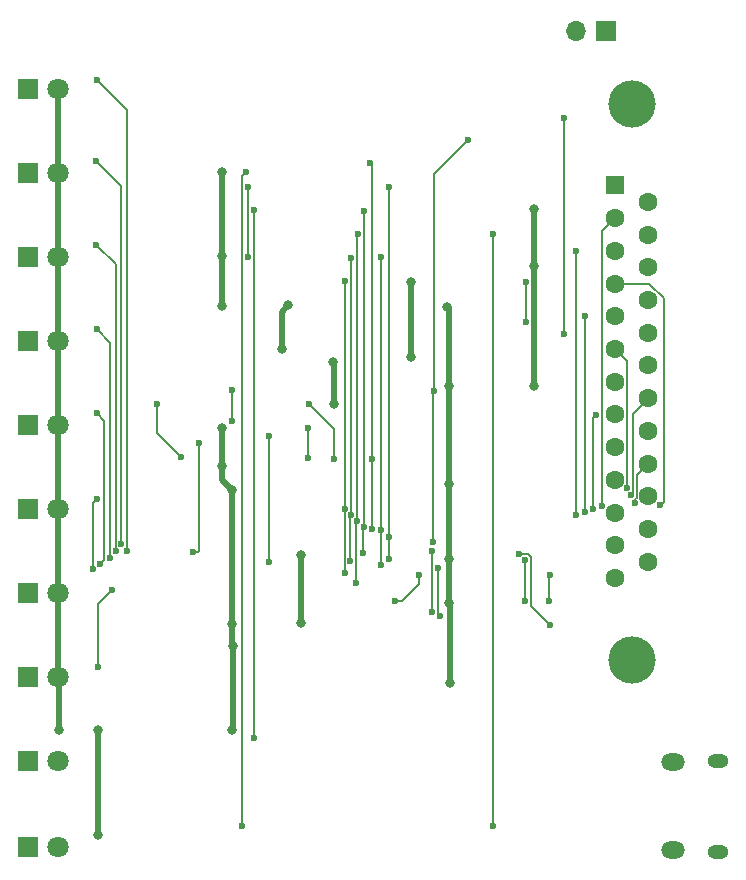
<source format=gbr>
G04 #@! TF.GenerationSoftware,KiCad,Pcbnew,(5.1.5-0)*
G04 #@! TF.CreationDate,2020-10-30T11:29:39+01:00*
G04 #@! TF.ProjectId,wifi-modem,77696669-2d6d-46f6-9465-6d2e6b696361,rev?*
G04 #@! TF.SameCoordinates,Original*
G04 #@! TF.FileFunction,Copper,L2,Bot*
G04 #@! TF.FilePolarity,Positive*
%FSLAX46Y46*%
G04 Gerber Fmt 4.6, Leading zero omitted, Abs format (unit mm)*
G04 Created by KiCad (PCBNEW (5.1.5-0)) date 2020-10-30 11:29:39*
%MOMM*%
%LPD*%
G04 APERTURE LIST*
%ADD10C,1.800000*%
%ADD11R,1.800000X1.800000*%
%ADD12O,1.700000X1.700000*%
%ADD13R,1.700000X1.700000*%
%ADD14O,1.800000X1.150000*%
%ADD15O,2.000000X1.450000*%
%ADD16C,4.000000*%
%ADD17C,1.600000*%
%ADD18R,1.600000X1.600000*%
%ADD19C,0.800000*%
%ADD20C,0.600000*%
%ADD21C,0.508000*%
%ADD22C,0.127000*%
G04 APERTURE END LIST*
D10*
X121539000Y-118237000D03*
D11*
X118999000Y-118237000D03*
D10*
X121539000Y-125349000D03*
D11*
X118999000Y-125349000D03*
D10*
X121539000Y-132588000D03*
D11*
X118999000Y-132588000D03*
D10*
X121539000Y-111125000D03*
D11*
X118999000Y-111125000D03*
D10*
X121539000Y-104013000D03*
D11*
X118999000Y-104013000D03*
D10*
X121539000Y-96901000D03*
D11*
X118999000Y-96901000D03*
D10*
X121539000Y-89789000D03*
D11*
X118999000Y-89789000D03*
D10*
X121539000Y-82677000D03*
D11*
X118999000Y-82677000D03*
D10*
X121539000Y-75565000D03*
D11*
X118999000Y-75565000D03*
D10*
X121539000Y-68453000D03*
D11*
X118999000Y-68453000D03*
D12*
X165354000Y-63500000D03*
D13*
X167894000Y-63500000D03*
D14*
X177387800Y-125284000D03*
X177387800Y-133034000D03*
D15*
X173587800Y-125434000D03*
X173587800Y-132884000D03*
D16*
X170076000Y-69651000D03*
X170076000Y-116751000D03*
D17*
X171496000Y-108436000D03*
X171496000Y-105666000D03*
X171496000Y-102896000D03*
X171496000Y-100126000D03*
X171496000Y-97356000D03*
X171496000Y-94586000D03*
X171496000Y-91816000D03*
X171496000Y-89046000D03*
X171496000Y-86276000D03*
X171496000Y-83506000D03*
X171496000Y-80736000D03*
X171496000Y-77966000D03*
X168656000Y-109821000D03*
X168656000Y-107051000D03*
X168656000Y-104281000D03*
X168656000Y-101511000D03*
X168656000Y-98741000D03*
X168656000Y-95971000D03*
X168656000Y-93201000D03*
X168656000Y-90431000D03*
X168656000Y-87661000D03*
X168656000Y-84891000D03*
X168656000Y-82121000D03*
X168656000Y-79351000D03*
D18*
X168656000Y-76581000D03*
D19*
X142100300Y-107835700D03*
X142100300Y-113614200D03*
X151384000Y-84734400D03*
X151409400Y-91109800D03*
D20*
X167547923Y-103754031D03*
X165367708Y-104516061D03*
X165366700Y-82105500D03*
X172470392Y-103641717D03*
X166094711Y-104262051D03*
X166116000Y-87668100D03*
X169979865Y-102825522D03*
X169700930Y-102154160D03*
X166821714Y-104008041D03*
X167057423Y-96012000D03*
X170389449Y-103426165D03*
D19*
X135385806Y-100360277D03*
X136236600Y-102387400D03*
X136287400Y-115595400D03*
X136220200Y-113690400D03*
X136245600Y-122698400D03*
X154660600Y-118668800D03*
X154626200Y-111912400D03*
X154412998Y-86842600D03*
X154584400Y-93573600D03*
X161823400Y-93548200D03*
X161807000Y-83439000D03*
X161816000Y-78613000D03*
X121564400Y-122707400D03*
X135382000Y-86766400D03*
X135373000Y-82550000D03*
X135373000Y-75438000D03*
X124866400Y-131597400D03*
X124866400Y-122707400D03*
X154635200Y-108178600D03*
X140436600Y-90424000D03*
X140990000Y-86700000D03*
X144856200Y-95123000D03*
X144805400Y-91567000D03*
X135400545Y-97141257D03*
X154635200Y-101828600D03*
D20*
X163093400Y-111772700D03*
X163118800Y-109550200D03*
X161061400Y-111772700D03*
X161061400Y-108254800D03*
X153665200Y-108927900D03*
X153810214Y-113040163D03*
X163195000Y-113804700D03*
X160525488Y-107763547D03*
X138064800Y-78689200D03*
X138064800Y-123379400D03*
X150059500Y-111760000D03*
X152064200Y-109550402D03*
X153174700Y-107552400D03*
X153174700Y-112687100D03*
X137574300Y-82651600D03*
X137574300Y-76708000D03*
X137083800Y-130835400D03*
X137423000Y-75438000D03*
X161142400Y-84734400D03*
X161142400Y-88138000D03*
X158318200Y-80695800D03*
X158307600Y-130820600D03*
X164363400Y-70866000D03*
X164338000Y-89128600D03*
X127359480Y-107548306D03*
X124790200Y-67647600D03*
X126868980Y-106921057D03*
X124739400Y-74514600D03*
X126378480Y-107524275D03*
X124714000Y-81601200D03*
X125887980Y-108089700D03*
X124764800Y-88764000D03*
X125097481Y-108595960D03*
X124764800Y-95876000D03*
X124482007Y-109086460D03*
X124841000Y-103089600D03*
X148844000Y-82651600D03*
X148818379Y-108719900D03*
X148820604Y-105742054D03*
X126060200Y-110832900D03*
X124891800Y-117313600D03*
X153267133Y-106763750D03*
X153314400Y-93967300D03*
X136194800Y-93929200D03*
X136194800Y-96481900D03*
X156190000Y-72700000D03*
X148094700Y-105702100D03*
X147955000Y-74701400D03*
X148082000Y-99758500D03*
X149555200Y-76669900D03*
X149542500Y-108229400D03*
X149542500Y-106324400D03*
X147388440Y-105460697D03*
X147447000Y-78701900D03*
X147320000Y-107737390D03*
X145814080Y-103952834D03*
X145783300Y-84683600D03*
X145774337Y-109396290D03*
X146316700Y-104478100D03*
X146291300Y-82715100D03*
X146264837Y-108412092D03*
X146852017Y-104970002D03*
X146875500Y-80670400D03*
X146773900Y-110197900D03*
X129870200Y-95046800D03*
X131911200Y-99593400D03*
X142671800Y-97142300D03*
X142688200Y-99669600D03*
X144843500Y-99733100D03*
X142739000Y-95123000D03*
X139369770Y-108483292D03*
X139364261Y-97779040D03*
X133482557Y-98425177D03*
X132933385Y-107633231D03*
D21*
X142100300Y-107835700D02*
X142100300Y-113614200D01*
X151396700Y-84721700D02*
X151384000Y-84734400D01*
X151384000Y-91084400D02*
X151409400Y-91109800D01*
X151384000Y-84734400D02*
X151384000Y-91084400D01*
D22*
X167547923Y-80459077D02*
X168656000Y-79351000D01*
X167547923Y-103754031D02*
X167547923Y-80459077D01*
X165367708Y-82106508D02*
X165366700Y-82105500D01*
X165367708Y-104516061D02*
X165367708Y-82106508D01*
X169787370Y-84891000D02*
X168656000Y-84891000D01*
X172770391Y-86084449D02*
X171576942Y-84891000D01*
X172770391Y-103341718D02*
X172770391Y-86084449D01*
X171576942Y-84891000D02*
X169787370Y-84891000D01*
X172470392Y-103641717D02*
X172770391Y-103341718D01*
X166094711Y-87689389D02*
X166116000Y-87668100D01*
X166094711Y-104262051D02*
X166094711Y-87689389D01*
X170696001Y-95385999D02*
X171496000Y-94586000D01*
X170191431Y-95890569D02*
X170696001Y-95385999D01*
X170191431Y-102613956D02*
X170191431Y-95890569D01*
X169979865Y-102825522D02*
X170191431Y-102613956D01*
X169700930Y-91475930D02*
X168656000Y-90431000D01*
X169700930Y-102154160D02*
X169700930Y-91475930D01*
X166821714Y-96247709D02*
X167057423Y-96012000D01*
X166821714Y-104008041D02*
X166821714Y-96247709D01*
X170505499Y-101116501D02*
X170696001Y-100925999D01*
X170389449Y-103141880D02*
X170505499Y-103025830D01*
X170696001Y-100925999D02*
X171496000Y-100126000D01*
X170505499Y-103025830D02*
X170505499Y-101116501D01*
X170389449Y-103426165D02*
X170389449Y-103141880D01*
D21*
X135385806Y-101536606D02*
X136236600Y-102387400D01*
X135385806Y-100360277D02*
X135385806Y-101536606D01*
X136236600Y-115544600D02*
X136287400Y-115595400D01*
X136220200Y-113690400D02*
X136236600Y-115544600D01*
X136236600Y-102387400D02*
X136220200Y-113690400D01*
X136287400Y-122656600D02*
X136245600Y-122698400D01*
X136287400Y-115595400D02*
X136287400Y-122656600D01*
X154660600Y-111946800D02*
X154626200Y-111912400D01*
X154660600Y-118668800D02*
X154660600Y-111946800D01*
X154626200Y-87055802D02*
X154412998Y-86842600D01*
X154626200Y-93531800D02*
X154584400Y-93573600D01*
X154626200Y-93531800D02*
X154626200Y-87055802D01*
X161823400Y-83455400D02*
X161807000Y-83439000D01*
X161823400Y-93548200D02*
X161823400Y-83455400D01*
X161807000Y-78622000D02*
X161816000Y-78613000D01*
X161807000Y-83439000D02*
X161807000Y-78622000D01*
X121564400Y-118262400D02*
X121539000Y-118237000D01*
X121564400Y-122707400D02*
X121564400Y-118262400D01*
X121539000Y-118237000D02*
X121539000Y-111125000D01*
X121539000Y-111125000D02*
X121539000Y-104013000D01*
X121539000Y-102740208D02*
X121539000Y-96901000D01*
X121539000Y-104013000D02*
X121539000Y-102740208D01*
X121539000Y-95628208D02*
X121539000Y-89789000D01*
X121539000Y-96901000D02*
X121539000Y-95628208D01*
X121539000Y-89789000D02*
X121539000Y-82677000D01*
X121539000Y-82677000D02*
X121539000Y-75565000D01*
X121539000Y-75565000D02*
X121539000Y-68453000D01*
X135382000Y-82559000D02*
X135373000Y-82550000D01*
X135382000Y-86766400D02*
X135382000Y-82559000D01*
X135373000Y-82550000D02*
X135373000Y-75438000D01*
X124866400Y-131597400D02*
X124866400Y-122707400D01*
X154626200Y-111912400D02*
X154635200Y-108178600D01*
X140436600Y-87253400D02*
X140990000Y-86700000D01*
X140436600Y-90424000D02*
X140436600Y-87253400D01*
X144856200Y-91617800D02*
X144805400Y-91567000D01*
X144856200Y-95123000D02*
X144856200Y-91617800D01*
X154635200Y-101828600D02*
X154626200Y-93531800D01*
X154635200Y-108178600D02*
X154635200Y-101828600D01*
X135385806Y-97155996D02*
X135400545Y-97141257D01*
X135385806Y-100360277D02*
X135385806Y-97155996D01*
D22*
X163093400Y-109575600D02*
X163118800Y-109550200D01*
X163093400Y-111772700D02*
X163093400Y-109575600D01*
X161061400Y-111772700D02*
X161061400Y-111348436D01*
X161061400Y-111348436D02*
X161061400Y-108254800D01*
X153665200Y-112895149D02*
X153810214Y-113040163D01*
X153665200Y-108927900D02*
X153665200Y-112895149D01*
X161296089Y-107763547D02*
X160525488Y-107763547D01*
X161551901Y-108019359D02*
X161296089Y-107763547D01*
X161551901Y-112161601D02*
X161551901Y-108019359D01*
X163195000Y-113804700D02*
X161551901Y-112161601D01*
X138064800Y-123334500D02*
X138064800Y-78689200D01*
X138064800Y-123334500D02*
X138061700Y-123337600D01*
X152064200Y-110330300D02*
X152064200Y-109550402D01*
X150634500Y-111760000D02*
X152064200Y-110330300D01*
X150059500Y-111760000D02*
X150634500Y-111760000D01*
X153174700Y-107552400D02*
X153174700Y-112687100D01*
X137574300Y-82651600D02*
X137574300Y-76708000D01*
X137083800Y-75777200D02*
X137423000Y-75438000D01*
X137083800Y-130835400D02*
X137083800Y-75777200D01*
X161142400Y-84734400D02*
X161142400Y-88138000D01*
X158318200Y-130810000D02*
X158307600Y-130820600D01*
X158318200Y-80695800D02*
X158318200Y-130810000D01*
X164338000Y-70891400D02*
X164363400Y-70866000D01*
X164338000Y-89128600D02*
X164338000Y-70891400D01*
X127359480Y-70216880D02*
X124790200Y-67647600D01*
X127359480Y-107548306D02*
X127359480Y-70216880D01*
X126868980Y-76644180D02*
X124739400Y-74514600D01*
X126868980Y-106921057D02*
X126868980Y-76644180D01*
X126378480Y-83265680D02*
X124714000Y-81601200D01*
X126378480Y-107524275D02*
X126378480Y-83265680D01*
X125887980Y-89887180D02*
X124764800Y-88764000D01*
X125887980Y-108089700D02*
X125887980Y-89887180D01*
X125397480Y-96508680D02*
X124764800Y-95876000D01*
X125397480Y-108295961D02*
X125397480Y-96508680D01*
X125097481Y-108595960D02*
X125397480Y-108295961D01*
X124482007Y-103448593D02*
X124841000Y-103089600D01*
X124482007Y-109086460D02*
X124482007Y-103448593D01*
X148819317Y-82676283D02*
X148844000Y-82651600D01*
X148819317Y-105741984D02*
X148819317Y-82676283D01*
X148819317Y-108718962D02*
X148818379Y-108719900D01*
X148819317Y-105741984D02*
X148819317Y-108718962D01*
X124891800Y-112001300D02*
X124891800Y-117313600D01*
X126060200Y-110832900D02*
X124891800Y-112001300D01*
X153267133Y-94014567D02*
X153314400Y-93967300D01*
X153267133Y-106763750D02*
X153267133Y-94014567D01*
X136194800Y-96290406D02*
X136066806Y-96418400D01*
X136194800Y-93929200D02*
X136194800Y-96290406D01*
X153314400Y-75575600D02*
X156190000Y-72700000D01*
X153314400Y-93967300D02*
X153314400Y-75575600D01*
X147967929Y-74714329D02*
X147955000Y-74701400D01*
X148094700Y-99771200D02*
X148082000Y-99758500D01*
X148094700Y-105702100D02*
X148094700Y-99771200D01*
X148082000Y-74828400D02*
X147955000Y-74701400D01*
X148082000Y-99758500D02*
X148082000Y-74828400D01*
X149546264Y-76678836D02*
X149555200Y-76669900D01*
X149546264Y-105750841D02*
X149546264Y-76678836D01*
X149542500Y-105754605D02*
X149546264Y-105750841D01*
X149542500Y-106324400D02*
X149542500Y-105754605D01*
X149542500Y-108229400D02*
X149542500Y-106324400D01*
X147388440Y-78760460D02*
X147447000Y-78701900D01*
X147388440Y-105460697D02*
X147388440Y-78760460D01*
X147370800Y-105478337D02*
X147388440Y-105460697D01*
X147421600Y-105493857D02*
X147388440Y-105460697D01*
X147320000Y-105529137D02*
X147388440Y-105460697D01*
X147320000Y-107737390D02*
X147320000Y-105529137D01*
X145814080Y-84714380D02*
X145783300Y-84683600D01*
X145814080Y-103952834D02*
X145814080Y-84714380D01*
X145774337Y-103992577D02*
X145814080Y-103952834D01*
X145774337Y-109396290D02*
X145774337Y-103992577D01*
X146316700Y-82740500D02*
X146291300Y-82715100D01*
X146316700Y-104478100D02*
X146316700Y-82740500D01*
X146264837Y-104529963D02*
X146316700Y-104478100D01*
X146264837Y-108412092D02*
X146264837Y-104529963D01*
X146852017Y-80693883D02*
X146875500Y-80670400D01*
X146852017Y-104970002D02*
X146852017Y-80693883D01*
X146773900Y-105048119D02*
X146852017Y-104970002D01*
X146773900Y-110197900D02*
X146773900Y-105048119D01*
X129870200Y-97552400D02*
X131911200Y-99593400D01*
X129870200Y-95046800D02*
X129870200Y-97552400D01*
X142671800Y-99653200D02*
X142688200Y-99669600D01*
X142671800Y-97142300D02*
X142671800Y-99653200D01*
X144843500Y-97227500D02*
X142739000Y-95123000D01*
X144843500Y-99733100D02*
X144843500Y-97227500D01*
X139369770Y-97784549D02*
X139364261Y-97779040D01*
X139369770Y-108483292D02*
X139369770Y-97784549D01*
X133482557Y-107137355D02*
X133482557Y-98425177D01*
X133482557Y-107508323D02*
X133482557Y-107137355D01*
X133357649Y-107633231D02*
X133482557Y-107508323D01*
X132933385Y-107633231D02*
X133357649Y-107633231D01*
M02*

</source>
